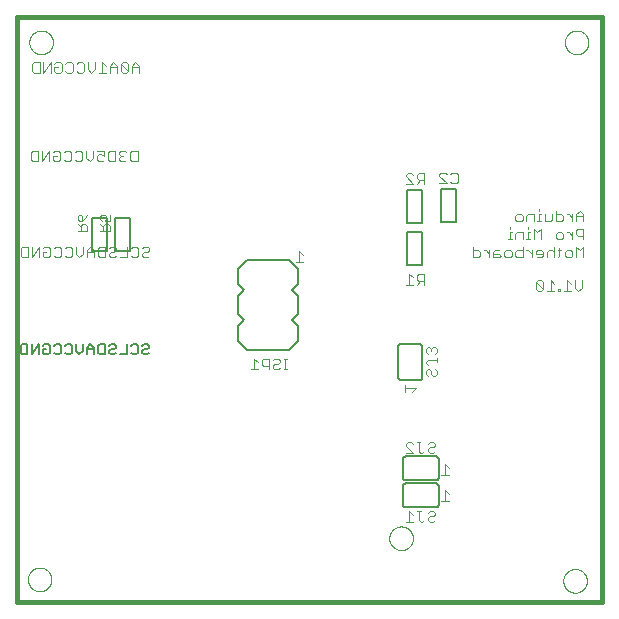
<source format=gbo>
G75*
%MOIN*%
%OFA0B0*%
%FSLAX25Y25*%
%IPPOS*%
%LPD*%
%AMOC8*
5,1,8,0,0,1.08239X$1,22.5*
%
%ADD10C,0.00000*%
%ADD11C,0.01600*%
%ADD12C,0.00600*%
%ADD13C,0.00400*%
%ADD14C,0.00500*%
%ADD15C,0.00300*%
D10*
X0005834Y0009308D02*
X0005836Y0009433D01*
X0005842Y0009558D01*
X0005852Y0009682D01*
X0005866Y0009806D01*
X0005883Y0009930D01*
X0005905Y0010053D01*
X0005931Y0010175D01*
X0005960Y0010297D01*
X0005993Y0010417D01*
X0006031Y0010536D01*
X0006071Y0010655D01*
X0006116Y0010771D01*
X0006164Y0010886D01*
X0006216Y0011000D01*
X0006272Y0011112D01*
X0006331Y0011222D01*
X0006393Y0011330D01*
X0006459Y0011437D01*
X0006528Y0011541D01*
X0006601Y0011642D01*
X0006676Y0011742D01*
X0006755Y0011839D01*
X0006837Y0011933D01*
X0006922Y0012025D01*
X0007009Y0012114D01*
X0007100Y0012200D01*
X0007193Y0012283D01*
X0007289Y0012364D01*
X0007387Y0012441D01*
X0007487Y0012515D01*
X0007590Y0012586D01*
X0007695Y0012653D01*
X0007803Y0012718D01*
X0007912Y0012778D01*
X0008023Y0012836D01*
X0008136Y0012889D01*
X0008250Y0012939D01*
X0008366Y0012986D01*
X0008483Y0013028D01*
X0008602Y0013067D01*
X0008722Y0013103D01*
X0008843Y0013134D01*
X0008965Y0013162D01*
X0009087Y0013185D01*
X0009211Y0013205D01*
X0009335Y0013221D01*
X0009459Y0013233D01*
X0009584Y0013241D01*
X0009709Y0013245D01*
X0009833Y0013245D01*
X0009958Y0013241D01*
X0010083Y0013233D01*
X0010207Y0013221D01*
X0010331Y0013205D01*
X0010455Y0013185D01*
X0010577Y0013162D01*
X0010699Y0013134D01*
X0010820Y0013103D01*
X0010940Y0013067D01*
X0011059Y0013028D01*
X0011176Y0012986D01*
X0011292Y0012939D01*
X0011406Y0012889D01*
X0011519Y0012836D01*
X0011630Y0012778D01*
X0011740Y0012718D01*
X0011847Y0012653D01*
X0011952Y0012586D01*
X0012055Y0012515D01*
X0012155Y0012441D01*
X0012253Y0012364D01*
X0012349Y0012283D01*
X0012442Y0012200D01*
X0012533Y0012114D01*
X0012620Y0012025D01*
X0012705Y0011933D01*
X0012787Y0011839D01*
X0012866Y0011742D01*
X0012941Y0011642D01*
X0013014Y0011541D01*
X0013083Y0011437D01*
X0013149Y0011330D01*
X0013211Y0011222D01*
X0013270Y0011112D01*
X0013326Y0011000D01*
X0013378Y0010886D01*
X0013426Y0010771D01*
X0013471Y0010655D01*
X0013511Y0010536D01*
X0013549Y0010417D01*
X0013582Y0010297D01*
X0013611Y0010175D01*
X0013637Y0010053D01*
X0013659Y0009930D01*
X0013676Y0009806D01*
X0013690Y0009682D01*
X0013700Y0009558D01*
X0013706Y0009433D01*
X0013708Y0009308D01*
X0013706Y0009183D01*
X0013700Y0009058D01*
X0013690Y0008934D01*
X0013676Y0008810D01*
X0013659Y0008686D01*
X0013637Y0008563D01*
X0013611Y0008441D01*
X0013582Y0008319D01*
X0013549Y0008199D01*
X0013511Y0008080D01*
X0013471Y0007961D01*
X0013426Y0007845D01*
X0013378Y0007730D01*
X0013326Y0007616D01*
X0013270Y0007504D01*
X0013211Y0007394D01*
X0013149Y0007286D01*
X0013083Y0007179D01*
X0013014Y0007075D01*
X0012941Y0006974D01*
X0012866Y0006874D01*
X0012787Y0006777D01*
X0012705Y0006683D01*
X0012620Y0006591D01*
X0012533Y0006502D01*
X0012442Y0006416D01*
X0012349Y0006333D01*
X0012253Y0006252D01*
X0012155Y0006175D01*
X0012055Y0006101D01*
X0011952Y0006030D01*
X0011847Y0005963D01*
X0011739Y0005898D01*
X0011630Y0005838D01*
X0011519Y0005780D01*
X0011406Y0005727D01*
X0011292Y0005677D01*
X0011176Y0005630D01*
X0011059Y0005588D01*
X0010940Y0005549D01*
X0010820Y0005513D01*
X0010699Y0005482D01*
X0010577Y0005454D01*
X0010455Y0005431D01*
X0010331Y0005411D01*
X0010207Y0005395D01*
X0010083Y0005383D01*
X0009958Y0005375D01*
X0009833Y0005371D01*
X0009709Y0005371D01*
X0009584Y0005375D01*
X0009459Y0005383D01*
X0009335Y0005395D01*
X0009211Y0005411D01*
X0009087Y0005431D01*
X0008965Y0005454D01*
X0008843Y0005482D01*
X0008722Y0005513D01*
X0008602Y0005549D01*
X0008483Y0005588D01*
X0008366Y0005630D01*
X0008250Y0005677D01*
X0008136Y0005727D01*
X0008023Y0005780D01*
X0007912Y0005838D01*
X0007802Y0005898D01*
X0007695Y0005963D01*
X0007590Y0006030D01*
X0007487Y0006101D01*
X0007387Y0006175D01*
X0007289Y0006252D01*
X0007193Y0006333D01*
X0007100Y0006416D01*
X0007009Y0006502D01*
X0006922Y0006591D01*
X0006837Y0006683D01*
X0006755Y0006777D01*
X0006676Y0006874D01*
X0006601Y0006974D01*
X0006528Y0007075D01*
X0006459Y0007179D01*
X0006393Y0007286D01*
X0006331Y0007394D01*
X0006272Y0007504D01*
X0006216Y0007616D01*
X0006164Y0007730D01*
X0006116Y0007845D01*
X0006071Y0007961D01*
X0006031Y0008080D01*
X0005993Y0008199D01*
X0005960Y0008319D01*
X0005931Y0008441D01*
X0005905Y0008563D01*
X0005883Y0008686D01*
X0005866Y0008810D01*
X0005852Y0008934D01*
X0005842Y0009058D01*
X0005836Y0009183D01*
X0005834Y0009308D01*
X0126315Y0023005D02*
X0126317Y0023130D01*
X0126323Y0023255D01*
X0126333Y0023379D01*
X0126347Y0023503D01*
X0126364Y0023627D01*
X0126386Y0023750D01*
X0126412Y0023872D01*
X0126441Y0023994D01*
X0126474Y0024114D01*
X0126512Y0024233D01*
X0126552Y0024352D01*
X0126597Y0024468D01*
X0126645Y0024583D01*
X0126697Y0024697D01*
X0126753Y0024809D01*
X0126812Y0024919D01*
X0126874Y0025027D01*
X0126940Y0025134D01*
X0127009Y0025238D01*
X0127082Y0025339D01*
X0127157Y0025439D01*
X0127236Y0025536D01*
X0127318Y0025630D01*
X0127403Y0025722D01*
X0127490Y0025811D01*
X0127581Y0025897D01*
X0127674Y0025980D01*
X0127770Y0026061D01*
X0127868Y0026138D01*
X0127968Y0026212D01*
X0128071Y0026283D01*
X0128176Y0026350D01*
X0128284Y0026415D01*
X0128393Y0026475D01*
X0128504Y0026533D01*
X0128617Y0026586D01*
X0128731Y0026636D01*
X0128847Y0026683D01*
X0128964Y0026725D01*
X0129083Y0026764D01*
X0129203Y0026800D01*
X0129324Y0026831D01*
X0129446Y0026859D01*
X0129568Y0026882D01*
X0129692Y0026902D01*
X0129816Y0026918D01*
X0129940Y0026930D01*
X0130065Y0026938D01*
X0130190Y0026942D01*
X0130314Y0026942D01*
X0130439Y0026938D01*
X0130564Y0026930D01*
X0130688Y0026918D01*
X0130812Y0026902D01*
X0130936Y0026882D01*
X0131058Y0026859D01*
X0131180Y0026831D01*
X0131301Y0026800D01*
X0131421Y0026764D01*
X0131540Y0026725D01*
X0131657Y0026683D01*
X0131773Y0026636D01*
X0131887Y0026586D01*
X0132000Y0026533D01*
X0132111Y0026475D01*
X0132221Y0026415D01*
X0132328Y0026350D01*
X0132433Y0026283D01*
X0132536Y0026212D01*
X0132636Y0026138D01*
X0132734Y0026061D01*
X0132830Y0025980D01*
X0132923Y0025897D01*
X0133014Y0025811D01*
X0133101Y0025722D01*
X0133186Y0025630D01*
X0133268Y0025536D01*
X0133347Y0025439D01*
X0133422Y0025339D01*
X0133495Y0025238D01*
X0133564Y0025134D01*
X0133630Y0025027D01*
X0133692Y0024919D01*
X0133751Y0024809D01*
X0133807Y0024697D01*
X0133859Y0024583D01*
X0133907Y0024468D01*
X0133952Y0024352D01*
X0133992Y0024233D01*
X0134030Y0024114D01*
X0134063Y0023994D01*
X0134092Y0023872D01*
X0134118Y0023750D01*
X0134140Y0023627D01*
X0134157Y0023503D01*
X0134171Y0023379D01*
X0134181Y0023255D01*
X0134187Y0023130D01*
X0134189Y0023005D01*
X0134187Y0022880D01*
X0134181Y0022755D01*
X0134171Y0022631D01*
X0134157Y0022507D01*
X0134140Y0022383D01*
X0134118Y0022260D01*
X0134092Y0022138D01*
X0134063Y0022016D01*
X0134030Y0021896D01*
X0133992Y0021777D01*
X0133952Y0021658D01*
X0133907Y0021542D01*
X0133859Y0021427D01*
X0133807Y0021313D01*
X0133751Y0021201D01*
X0133692Y0021091D01*
X0133630Y0020983D01*
X0133564Y0020876D01*
X0133495Y0020772D01*
X0133422Y0020671D01*
X0133347Y0020571D01*
X0133268Y0020474D01*
X0133186Y0020380D01*
X0133101Y0020288D01*
X0133014Y0020199D01*
X0132923Y0020113D01*
X0132830Y0020030D01*
X0132734Y0019949D01*
X0132636Y0019872D01*
X0132536Y0019798D01*
X0132433Y0019727D01*
X0132328Y0019660D01*
X0132220Y0019595D01*
X0132111Y0019535D01*
X0132000Y0019477D01*
X0131887Y0019424D01*
X0131773Y0019374D01*
X0131657Y0019327D01*
X0131540Y0019285D01*
X0131421Y0019246D01*
X0131301Y0019210D01*
X0131180Y0019179D01*
X0131058Y0019151D01*
X0130936Y0019128D01*
X0130812Y0019108D01*
X0130688Y0019092D01*
X0130564Y0019080D01*
X0130439Y0019072D01*
X0130314Y0019068D01*
X0130190Y0019068D01*
X0130065Y0019072D01*
X0129940Y0019080D01*
X0129816Y0019092D01*
X0129692Y0019108D01*
X0129568Y0019128D01*
X0129446Y0019151D01*
X0129324Y0019179D01*
X0129203Y0019210D01*
X0129083Y0019246D01*
X0128964Y0019285D01*
X0128847Y0019327D01*
X0128731Y0019374D01*
X0128617Y0019424D01*
X0128504Y0019477D01*
X0128393Y0019535D01*
X0128283Y0019595D01*
X0128176Y0019660D01*
X0128071Y0019727D01*
X0127968Y0019798D01*
X0127868Y0019872D01*
X0127770Y0019949D01*
X0127674Y0020030D01*
X0127581Y0020113D01*
X0127490Y0020199D01*
X0127403Y0020288D01*
X0127318Y0020380D01*
X0127236Y0020474D01*
X0127157Y0020571D01*
X0127082Y0020671D01*
X0127009Y0020772D01*
X0126940Y0020876D01*
X0126874Y0020983D01*
X0126812Y0021091D01*
X0126753Y0021201D01*
X0126697Y0021313D01*
X0126645Y0021427D01*
X0126597Y0021542D01*
X0126552Y0021658D01*
X0126512Y0021777D01*
X0126474Y0021896D01*
X0126441Y0022016D01*
X0126412Y0022138D01*
X0126386Y0022260D01*
X0126364Y0022383D01*
X0126347Y0022507D01*
X0126333Y0022631D01*
X0126323Y0022755D01*
X0126317Y0022880D01*
X0126315Y0023005D01*
X0184319Y0008800D02*
X0184321Y0008925D01*
X0184327Y0009050D01*
X0184337Y0009174D01*
X0184351Y0009298D01*
X0184368Y0009422D01*
X0184390Y0009545D01*
X0184416Y0009667D01*
X0184445Y0009789D01*
X0184478Y0009909D01*
X0184516Y0010028D01*
X0184556Y0010147D01*
X0184601Y0010263D01*
X0184649Y0010378D01*
X0184701Y0010492D01*
X0184757Y0010604D01*
X0184816Y0010714D01*
X0184878Y0010822D01*
X0184944Y0010929D01*
X0185013Y0011033D01*
X0185086Y0011134D01*
X0185161Y0011234D01*
X0185240Y0011331D01*
X0185322Y0011425D01*
X0185407Y0011517D01*
X0185494Y0011606D01*
X0185585Y0011692D01*
X0185678Y0011775D01*
X0185774Y0011856D01*
X0185872Y0011933D01*
X0185972Y0012007D01*
X0186075Y0012078D01*
X0186180Y0012145D01*
X0186288Y0012210D01*
X0186397Y0012270D01*
X0186508Y0012328D01*
X0186621Y0012381D01*
X0186735Y0012431D01*
X0186851Y0012478D01*
X0186968Y0012520D01*
X0187087Y0012559D01*
X0187207Y0012595D01*
X0187328Y0012626D01*
X0187450Y0012654D01*
X0187572Y0012677D01*
X0187696Y0012697D01*
X0187820Y0012713D01*
X0187944Y0012725D01*
X0188069Y0012733D01*
X0188194Y0012737D01*
X0188318Y0012737D01*
X0188443Y0012733D01*
X0188568Y0012725D01*
X0188692Y0012713D01*
X0188816Y0012697D01*
X0188940Y0012677D01*
X0189062Y0012654D01*
X0189184Y0012626D01*
X0189305Y0012595D01*
X0189425Y0012559D01*
X0189544Y0012520D01*
X0189661Y0012478D01*
X0189777Y0012431D01*
X0189891Y0012381D01*
X0190004Y0012328D01*
X0190115Y0012270D01*
X0190225Y0012210D01*
X0190332Y0012145D01*
X0190437Y0012078D01*
X0190540Y0012007D01*
X0190640Y0011933D01*
X0190738Y0011856D01*
X0190834Y0011775D01*
X0190927Y0011692D01*
X0191018Y0011606D01*
X0191105Y0011517D01*
X0191190Y0011425D01*
X0191272Y0011331D01*
X0191351Y0011234D01*
X0191426Y0011134D01*
X0191499Y0011033D01*
X0191568Y0010929D01*
X0191634Y0010822D01*
X0191696Y0010714D01*
X0191755Y0010604D01*
X0191811Y0010492D01*
X0191863Y0010378D01*
X0191911Y0010263D01*
X0191956Y0010147D01*
X0191996Y0010028D01*
X0192034Y0009909D01*
X0192067Y0009789D01*
X0192096Y0009667D01*
X0192122Y0009545D01*
X0192144Y0009422D01*
X0192161Y0009298D01*
X0192175Y0009174D01*
X0192185Y0009050D01*
X0192191Y0008925D01*
X0192193Y0008800D01*
X0192191Y0008675D01*
X0192185Y0008550D01*
X0192175Y0008426D01*
X0192161Y0008302D01*
X0192144Y0008178D01*
X0192122Y0008055D01*
X0192096Y0007933D01*
X0192067Y0007811D01*
X0192034Y0007691D01*
X0191996Y0007572D01*
X0191956Y0007453D01*
X0191911Y0007337D01*
X0191863Y0007222D01*
X0191811Y0007108D01*
X0191755Y0006996D01*
X0191696Y0006886D01*
X0191634Y0006778D01*
X0191568Y0006671D01*
X0191499Y0006567D01*
X0191426Y0006466D01*
X0191351Y0006366D01*
X0191272Y0006269D01*
X0191190Y0006175D01*
X0191105Y0006083D01*
X0191018Y0005994D01*
X0190927Y0005908D01*
X0190834Y0005825D01*
X0190738Y0005744D01*
X0190640Y0005667D01*
X0190540Y0005593D01*
X0190437Y0005522D01*
X0190332Y0005455D01*
X0190224Y0005390D01*
X0190115Y0005330D01*
X0190004Y0005272D01*
X0189891Y0005219D01*
X0189777Y0005169D01*
X0189661Y0005122D01*
X0189544Y0005080D01*
X0189425Y0005041D01*
X0189305Y0005005D01*
X0189184Y0004974D01*
X0189062Y0004946D01*
X0188940Y0004923D01*
X0188816Y0004903D01*
X0188692Y0004887D01*
X0188568Y0004875D01*
X0188443Y0004867D01*
X0188318Y0004863D01*
X0188194Y0004863D01*
X0188069Y0004867D01*
X0187944Y0004875D01*
X0187820Y0004887D01*
X0187696Y0004903D01*
X0187572Y0004923D01*
X0187450Y0004946D01*
X0187328Y0004974D01*
X0187207Y0005005D01*
X0187087Y0005041D01*
X0186968Y0005080D01*
X0186851Y0005122D01*
X0186735Y0005169D01*
X0186621Y0005219D01*
X0186508Y0005272D01*
X0186397Y0005330D01*
X0186287Y0005390D01*
X0186180Y0005455D01*
X0186075Y0005522D01*
X0185972Y0005593D01*
X0185872Y0005667D01*
X0185774Y0005744D01*
X0185678Y0005825D01*
X0185585Y0005908D01*
X0185494Y0005994D01*
X0185407Y0006083D01*
X0185322Y0006175D01*
X0185240Y0006269D01*
X0185161Y0006366D01*
X0185086Y0006466D01*
X0185013Y0006567D01*
X0184944Y0006671D01*
X0184878Y0006778D01*
X0184816Y0006886D01*
X0184757Y0006996D01*
X0184701Y0007108D01*
X0184649Y0007222D01*
X0184601Y0007337D01*
X0184556Y0007453D01*
X0184516Y0007572D01*
X0184478Y0007691D01*
X0184445Y0007811D01*
X0184416Y0007933D01*
X0184390Y0008055D01*
X0184368Y0008178D01*
X0184351Y0008302D01*
X0184337Y0008426D01*
X0184327Y0008550D01*
X0184321Y0008675D01*
X0184319Y0008800D01*
X0184834Y0188308D02*
X0184836Y0188433D01*
X0184842Y0188558D01*
X0184852Y0188682D01*
X0184866Y0188806D01*
X0184883Y0188930D01*
X0184905Y0189053D01*
X0184931Y0189175D01*
X0184960Y0189297D01*
X0184993Y0189417D01*
X0185031Y0189536D01*
X0185071Y0189655D01*
X0185116Y0189771D01*
X0185164Y0189886D01*
X0185216Y0190000D01*
X0185272Y0190112D01*
X0185331Y0190222D01*
X0185393Y0190330D01*
X0185459Y0190437D01*
X0185528Y0190541D01*
X0185601Y0190642D01*
X0185676Y0190742D01*
X0185755Y0190839D01*
X0185837Y0190933D01*
X0185922Y0191025D01*
X0186009Y0191114D01*
X0186100Y0191200D01*
X0186193Y0191283D01*
X0186289Y0191364D01*
X0186387Y0191441D01*
X0186487Y0191515D01*
X0186590Y0191586D01*
X0186695Y0191653D01*
X0186803Y0191718D01*
X0186912Y0191778D01*
X0187023Y0191836D01*
X0187136Y0191889D01*
X0187250Y0191939D01*
X0187366Y0191986D01*
X0187483Y0192028D01*
X0187602Y0192067D01*
X0187722Y0192103D01*
X0187843Y0192134D01*
X0187965Y0192162D01*
X0188087Y0192185D01*
X0188211Y0192205D01*
X0188335Y0192221D01*
X0188459Y0192233D01*
X0188584Y0192241D01*
X0188709Y0192245D01*
X0188833Y0192245D01*
X0188958Y0192241D01*
X0189083Y0192233D01*
X0189207Y0192221D01*
X0189331Y0192205D01*
X0189455Y0192185D01*
X0189577Y0192162D01*
X0189699Y0192134D01*
X0189820Y0192103D01*
X0189940Y0192067D01*
X0190059Y0192028D01*
X0190176Y0191986D01*
X0190292Y0191939D01*
X0190406Y0191889D01*
X0190519Y0191836D01*
X0190630Y0191778D01*
X0190740Y0191718D01*
X0190847Y0191653D01*
X0190952Y0191586D01*
X0191055Y0191515D01*
X0191155Y0191441D01*
X0191253Y0191364D01*
X0191349Y0191283D01*
X0191442Y0191200D01*
X0191533Y0191114D01*
X0191620Y0191025D01*
X0191705Y0190933D01*
X0191787Y0190839D01*
X0191866Y0190742D01*
X0191941Y0190642D01*
X0192014Y0190541D01*
X0192083Y0190437D01*
X0192149Y0190330D01*
X0192211Y0190222D01*
X0192270Y0190112D01*
X0192326Y0190000D01*
X0192378Y0189886D01*
X0192426Y0189771D01*
X0192471Y0189655D01*
X0192511Y0189536D01*
X0192549Y0189417D01*
X0192582Y0189297D01*
X0192611Y0189175D01*
X0192637Y0189053D01*
X0192659Y0188930D01*
X0192676Y0188806D01*
X0192690Y0188682D01*
X0192700Y0188558D01*
X0192706Y0188433D01*
X0192708Y0188308D01*
X0192706Y0188183D01*
X0192700Y0188058D01*
X0192690Y0187934D01*
X0192676Y0187810D01*
X0192659Y0187686D01*
X0192637Y0187563D01*
X0192611Y0187441D01*
X0192582Y0187319D01*
X0192549Y0187199D01*
X0192511Y0187080D01*
X0192471Y0186961D01*
X0192426Y0186845D01*
X0192378Y0186730D01*
X0192326Y0186616D01*
X0192270Y0186504D01*
X0192211Y0186394D01*
X0192149Y0186286D01*
X0192083Y0186179D01*
X0192014Y0186075D01*
X0191941Y0185974D01*
X0191866Y0185874D01*
X0191787Y0185777D01*
X0191705Y0185683D01*
X0191620Y0185591D01*
X0191533Y0185502D01*
X0191442Y0185416D01*
X0191349Y0185333D01*
X0191253Y0185252D01*
X0191155Y0185175D01*
X0191055Y0185101D01*
X0190952Y0185030D01*
X0190847Y0184963D01*
X0190739Y0184898D01*
X0190630Y0184838D01*
X0190519Y0184780D01*
X0190406Y0184727D01*
X0190292Y0184677D01*
X0190176Y0184630D01*
X0190059Y0184588D01*
X0189940Y0184549D01*
X0189820Y0184513D01*
X0189699Y0184482D01*
X0189577Y0184454D01*
X0189455Y0184431D01*
X0189331Y0184411D01*
X0189207Y0184395D01*
X0189083Y0184383D01*
X0188958Y0184375D01*
X0188833Y0184371D01*
X0188709Y0184371D01*
X0188584Y0184375D01*
X0188459Y0184383D01*
X0188335Y0184395D01*
X0188211Y0184411D01*
X0188087Y0184431D01*
X0187965Y0184454D01*
X0187843Y0184482D01*
X0187722Y0184513D01*
X0187602Y0184549D01*
X0187483Y0184588D01*
X0187366Y0184630D01*
X0187250Y0184677D01*
X0187136Y0184727D01*
X0187023Y0184780D01*
X0186912Y0184838D01*
X0186802Y0184898D01*
X0186695Y0184963D01*
X0186590Y0185030D01*
X0186487Y0185101D01*
X0186387Y0185175D01*
X0186289Y0185252D01*
X0186193Y0185333D01*
X0186100Y0185416D01*
X0186009Y0185502D01*
X0185922Y0185591D01*
X0185837Y0185683D01*
X0185755Y0185777D01*
X0185676Y0185874D01*
X0185601Y0185974D01*
X0185528Y0186075D01*
X0185459Y0186179D01*
X0185393Y0186286D01*
X0185331Y0186394D01*
X0185272Y0186504D01*
X0185216Y0186616D01*
X0185164Y0186730D01*
X0185116Y0186845D01*
X0185071Y0186961D01*
X0185031Y0187080D01*
X0184993Y0187199D01*
X0184960Y0187319D01*
X0184931Y0187441D01*
X0184905Y0187563D01*
X0184883Y0187686D01*
X0184866Y0187810D01*
X0184852Y0187934D01*
X0184842Y0188058D01*
X0184836Y0188183D01*
X0184834Y0188308D01*
X0006334Y0188308D02*
X0006336Y0188433D01*
X0006342Y0188558D01*
X0006352Y0188682D01*
X0006366Y0188806D01*
X0006383Y0188930D01*
X0006405Y0189053D01*
X0006431Y0189175D01*
X0006460Y0189297D01*
X0006493Y0189417D01*
X0006531Y0189536D01*
X0006571Y0189655D01*
X0006616Y0189771D01*
X0006664Y0189886D01*
X0006716Y0190000D01*
X0006772Y0190112D01*
X0006831Y0190222D01*
X0006893Y0190330D01*
X0006959Y0190437D01*
X0007028Y0190541D01*
X0007101Y0190642D01*
X0007176Y0190742D01*
X0007255Y0190839D01*
X0007337Y0190933D01*
X0007422Y0191025D01*
X0007509Y0191114D01*
X0007600Y0191200D01*
X0007693Y0191283D01*
X0007789Y0191364D01*
X0007887Y0191441D01*
X0007987Y0191515D01*
X0008090Y0191586D01*
X0008195Y0191653D01*
X0008303Y0191718D01*
X0008412Y0191778D01*
X0008523Y0191836D01*
X0008636Y0191889D01*
X0008750Y0191939D01*
X0008866Y0191986D01*
X0008983Y0192028D01*
X0009102Y0192067D01*
X0009222Y0192103D01*
X0009343Y0192134D01*
X0009465Y0192162D01*
X0009587Y0192185D01*
X0009711Y0192205D01*
X0009835Y0192221D01*
X0009959Y0192233D01*
X0010084Y0192241D01*
X0010209Y0192245D01*
X0010333Y0192245D01*
X0010458Y0192241D01*
X0010583Y0192233D01*
X0010707Y0192221D01*
X0010831Y0192205D01*
X0010955Y0192185D01*
X0011077Y0192162D01*
X0011199Y0192134D01*
X0011320Y0192103D01*
X0011440Y0192067D01*
X0011559Y0192028D01*
X0011676Y0191986D01*
X0011792Y0191939D01*
X0011906Y0191889D01*
X0012019Y0191836D01*
X0012130Y0191778D01*
X0012240Y0191718D01*
X0012347Y0191653D01*
X0012452Y0191586D01*
X0012555Y0191515D01*
X0012655Y0191441D01*
X0012753Y0191364D01*
X0012849Y0191283D01*
X0012942Y0191200D01*
X0013033Y0191114D01*
X0013120Y0191025D01*
X0013205Y0190933D01*
X0013287Y0190839D01*
X0013366Y0190742D01*
X0013441Y0190642D01*
X0013514Y0190541D01*
X0013583Y0190437D01*
X0013649Y0190330D01*
X0013711Y0190222D01*
X0013770Y0190112D01*
X0013826Y0190000D01*
X0013878Y0189886D01*
X0013926Y0189771D01*
X0013971Y0189655D01*
X0014011Y0189536D01*
X0014049Y0189417D01*
X0014082Y0189297D01*
X0014111Y0189175D01*
X0014137Y0189053D01*
X0014159Y0188930D01*
X0014176Y0188806D01*
X0014190Y0188682D01*
X0014200Y0188558D01*
X0014206Y0188433D01*
X0014208Y0188308D01*
X0014206Y0188183D01*
X0014200Y0188058D01*
X0014190Y0187934D01*
X0014176Y0187810D01*
X0014159Y0187686D01*
X0014137Y0187563D01*
X0014111Y0187441D01*
X0014082Y0187319D01*
X0014049Y0187199D01*
X0014011Y0187080D01*
X0013971Y0186961D01*
X0013926Y0186845D01*
X0013878Y0186730D01*
X0013826Y0186616D01*
X0013770Y0186504D01*
X0013711Y0186394D01*
X0013649Y0186286D01*
X0013583Y0186179D01*
X0013514Y0186075D01*
X0013441Y0185974D01*
X0013366Y0185874D01*
X0013287Y0185777D01*
X0013205Y0185683D01*
X0013120Y0185591D01*
X0013033Y0185502D01*
X0012942Y0185416D01*
X0012849Y0185333D01*
X0012753Y0185252D01*
X0012655Y0185175D01*
X0012555Y0185101D01*
X0012452Y0185030D01*
X0012347Y0184963D01*
X0012239Y0184898D01*
X0012130Y0184838D01*
X0012019Y0184780D01*
X0011906Y0184727D01*
X0011792Y0184677D01*
X0011676Y0184630D01*
X0011559Y0184588D01*
X0011440Y0184549D01*
X0011320Y0184513D01*
X0011199Y0184482D01*
X0011077Y0184454D01*
X0010955Y0184431D01*
X0010831Y0184411D01*
X0010707Y0184395D01*
X0010583Y0184383D01*
X0010458Y0184375D01*
X0010333Y0184371D01*
X0010209Y0184371D01*
X0010084Y0184375D01*
X0009959Y0184383D01*
X0009835Y0184395D01*
X0009711Y0184411D01*
X0009587Y0184431D01*
X0009465Y0184454D01*
X0009343Y0184482D01*
X0009222Y0184513D01*
X0009102Y0184549D01*
X0008983Y0184588D01*
X0008866Y0184630D01*
X0008750Y0184677D01*
X0008636Y0184727D01*
X0008523Y0184780D01*
X0008412Y0184838D01*
X0008302Y0184898D01*
X0008195Y0184963D01*
X0008090Y0185030D01*
X0007987Y0185101D01*
X0007887Y0185175D01*
X0007789Y0185252D01*
X0007693Y0185333D01*
X0007600Y0185416D01*
X0007509Y0185502D01*
X0007422Y0185591D01*
X0007337Y0185683D01*
X0007255Y0185777D01*
X0007176Y0185874D01*
X0007101Y0185974D01*
X0007028Y0186075D01*
X0006959Y0186179D01*
X0006893Y0186286D01*
X0006831Y0186394D01*
X0006772Y0186504D01*
X0006716Y0186616D01*
X0006664Y0186730D01*
X0006616Y0186845D01*
X0006571Y0186961D01*
X0006531Y0187080D01*
X0006493Y0187199D01*
X0006460Y0187319D01*
X0006431Y0187441D01*
X0006405Y0187563D01*
X0006383Y0187686D01*
X0006366Y0187810D01*
X0006352Y0187934D01*
X0006342Y0188058D01*
X0006336Y0188183D01*
X0006334Y0188308D01*
D11*
X0002271Y0001808D02*
X0197122Y0001808D01*
X0197122Y0196658D01*
X0002271Y0196658D01*
X0002271Y0001808D01*
D12*
X0004015Y0084269D02*
X0003448Y0084836D01*
X0003448Y0087105D01*
X0004015Y0087672D01*
X0005717Y0087672D01*
X0005717Y0084269D01*
X0004015Y0084269D01*
X0007131Y0084269D02*
X0007131Y0087672D01*
X0009400Y0087672D02*
X0007131Y0084269D01*
X0009400Y0084269D02*
X0009400Y0087672D01*
X0010814Y0087105D02*
X0011381Y0087672D01*
X0012516Y0087672D01*
X0013083Y0087105D01*
X0013083Y0084836D01*
X0012516Y0084269D01*
X0011381Y0084269D01*
X0010814Y0084836D01*
X0010814Y0085971D01*
X0011948Y0085971D01*
X0014497Y0087105D02*
X0015064Y0087672D01*
X0016199Y0087672D01*
X0016766Y0087105D01*
X0016766Y0084836D01*
X0016199Y0084269D01*
X0015064Y0084269D01*
X0014497Y0084836D01*
X0018180Y0084836D02*
X0018748Y0084269D01*
X0019882Y0084269D01*
X0020449Y0084836D01*
X0020449Y0087105D01*
X0019882Y0087672D01*
X0018748Y0087672D01*
X0018180Y0087105D01*
X0021864Y0087672D02*
X0021864Y0085404D01*
X0022998Y0084269D01*
X0024132Y0085404D01*
X0024132Y0087672D01*
X0025547Y0086538D02*
X0025547Y0084269D01*
X0025547Y0085971D02*
X0027815Y0085971D01*
X0027815Y0086538D02*
X0026681Y0087672D01*
X0025547Y0086538D01*
X0027815Y0086538D02*
X0027815Y0084269D01*
X0029230Y0084836D02*
X0029230Y0087105D01*
X0029797Y0087672D01*
X0031499Y0087672D01*
X0031499Y0084269D01*
X0029797Y0084269D01*
X0029230Y0084836D01*
X0032913Y0084836D02*
X0033480Y0084269D01*
X0034615Y0084269D01*
X0035182Y0084836D01*
X0034615Y0085971D02*
X0033480Y0085971D01*
X0032913Y0085404D01*
X0032913Y0084836D01*
X0034615Y0085971D02*
X0035182Y0086538D01*
X0035182Y0087105D01*
X0034615Y0087672D01*
X0033480Y0087672D01*
X0032913Y0087105D01*
X0036596Y0084269D02*
X0038865Y0084269D01*
X0038865Y0087672D01*
X0040279Y0087105D02*
X0040847Y0087672D01*
X0041981Y0087672D01*
X0042548Y0087105D01*
X0042548Y0084836D01*
X0041981Y0084269D01*
X0040847Y0084269D01*
X0040279Y0084836D01*
X0043962Y0084836D02*
X0044530Y0084269D01*
X0045664Y0084269D01*
X0046231Y0084836D01*
X0045664Y0085971D02*
X0044530Y0085971D01*
X0043962Y0085404D01*
X0043962Y0084836D01*
X0045664Y0085971D02*
X0046231Y0086538D01*
X0046231Y0087105D01*
X0045664Y0087672D01*
X0044530Y0087672D01*
X0043962Y0087105D01*
X0129271Y0086808D02*
X0129271Y0076808D01*
X0129273Y0076748D01*
X0129278Y0076687D01*
X0129287Y0076628D01*
X0129300Y0076569D01*
X0129316Y0076510D01*
X0129336Y0076453D01*
X0129359Y0076398D01*
X0129386Y0076343D01*
X0129415Y0076291D01*
X0129448Y0076240D01*
X0129484Y0076191D01*
X0129522Y0076145D01*
X0129564Y0076101D01*
X0129608Y0076059D01*
X0129654Y0076021D01*
X0129703Y0075985D01*
X0129754Y0075952D01*
X0129806Y0075923D01*
X0129861Y0075896D01*
X0129916Y0075873D01*
X0129973Y0075853D01*
X0130032Y0075837D01*
X0130091Y0075824D01*
X0130150Y0075815D01*
X0130211Y0075810D01*
X0130271Y0075808D01*
X0136271Y0075808D01*
X0136331Y0075810D01*
X0136392Y0075815D01*
X0136451Y0075824D01*
X0136510Y0075837D01*
X0136569Y0075853D01*
X0136626Y0075873D01*
X0136681Y0075896D01*
X0136736Y0075923D01*
X0136788Y0075952D01*
X0136839Y0075985D01*
X0136888Y0076021D01*
X0136934Y0076059D01*
X0136978Y0076101D01*
X0137020Y0076145D01*
X0137058Y0076191D01*
X0137094Y0076240D01*
X0137127Y0076291D01*
X0137156Y0076343D01*
X0137183Y0076398D01*
X0137206Y0076453D01*
X0137226Y0076510D01*
X0137242Y0076569D01*
X0137255Y0076628D01*
X0137264Y0076687D01*
X0137269Y0076748D01*
X0137271Y0076808D01*
X0137271Y0086808D01*
X0137269Y0086868D01*
X0137264Y0086929D01*
X0137255Y0086988D01*
X0137242Y0087047D01*
X0137226Y0087106D01*
X0137206Y0087163D01*
X0137183Y0087218D01*
X0137156Y0087273D01*
X0137127Y0087325D01*
X0137094Y0087376D01*
X0137058Y0087425D01*
X0137020Y0087471D01*
X0136978Y0087515D01*
X0136934Y0087557D01*
X0136888Y0087595D01*
X0136839Y0087631D01*
X0136788Y0087664D01*
X0136736Y0087693D01*
X0136681Y0087720D01*
X0136626Y0087743D01*
X0136569Y0087763D01*
X0136510Y0087779D01*
X0136451Y0087792D01*
X0136392Y0087801D01*
X0136331Y0087806D01*
X0136271Y0087808D01*
X0130271Y0087808D01*
X0130211Y0087806D01*
X0130150Y0087801D01*
X0130091Y0087792D01*
X0130032Y0087779D01*
X0129973Y0087763D01*
X0129916Y0087743D01*
X0129861Y0087720D01*
X0129806Y0087693D01*
X0129754Y0087664D01*
X0129703Y0087631D01*
X0129654Y0087595D01*
X0129608Y0087557D01*
X0129564Y0087515D01*
X0129522Y0087471D01*
X0129484Y0087425D01*
X0129448Y0087376D01*
X0129415Y0087325D01*
X0129386Y0087273D01*
X0129359Y0087218D01*
X0129336Y0087163D01*
X0129316Y0087106D01*
X0129300Y0087047D01*
X0129287Y0086988D01*
X0129278Y0086929D01*
X0129273Y0086868D01*
X0129271Y0086808D01*
X0131771Y0050308D02*
X0141771Y0050308D01*
X0141831Y0050306D01*
X0141892Y0050301D01*
X0141951Y0050292D01*
X0142010Y0050279D01*
X0142069Y0050263D01*
X0142126Y0050243D01*
X0142181Y0050220D01*
X0142236Y0050193D01*
X0142288Y0050164D01*
X0142339Y0050131D01*
X0142388Y0050095D01*
X0142434Y0050057D01*
X0142478Y0050015D01*
X0142520Y0049971D01*
X0142558Y0049925D01*
X0142594Y0049876D01*
X0142627Y0049825D01*
X0142656Y0049773D01*
X0142683Y0049718D01*
X0142706Y0049663D01*
X0142726Y0049606D01*
X0142742Y0049547D01*
X0142755Y0049488D01*
X0142764Y0049429D01*
X0142769Y0049368D01*
X0142771Y0049308D01*
X0142771Y0043308D01*
X0142769Y0043248D01*
X0142764Y0043187D01*
X0142755Y0043128D01*
X0142742Y0043069D01*
X0142726Y0043010D01*
X0142706Y0042953D01*
X0142683Y0042898D01*
X0142656Y0042843D01*
X0142627Y0042791D01*
X0142594Y0042740D01*
X0142558Y0042691D01*
X0142520Y0042645D01*
X0142478Y0042601D01*
X0142434Y0042559D01*
X0142388Y0042521D01*
X0142339Y0042485D01*
X0142288Y0042452D01*
X0142236Y0042423D01*
X0142181Y0042396D01*
X0142126Y0042373D01*
X0142069Y0042353D01*
X0142010Y0042337D01*
X0141951Y0042324D01*
X0141892Y0042315D01*
X0141831Y0042310D01*
X0141771Y0042308D01*
X0131771Y0042308D01*
X0131711Y0042310D01*
X0131650Y0042315D01*
X0131591Y0042324D01*
X0131532Y0042337D01*
X0131473Y0042353D01*
X0131416Y0042373D01*
X0131361Y0042396D01*
X0131306Y0042423D01*
X0131254Y0042452D01*
X0131203Y0042485D01*
X0131154Y0042521D01*
X0131108Y0042559D01*
X0131064Y0042601D01*
X0131022Y0042645D01*
X0130984Y0042691D01*
X0130948Y0042740D01*
X0130915Y0042791D01*
X0130886Y0042843D01*
X0130859Y0042898D01*
X0130836Y0042953D01*
X0130816Y0043010D01*
X0130800Y0043069D01*
X0130787Y0043128D01*
X0130778Y0043187D01*
X0130773Y0043248D01*
X0130771Y0043308D01*
X0130771Y0049308D01*
X0130773Y0049368D01*
X0130778Y0049429D01*
X0130787Y0049488D01*
X0130800Y0049547D01*
X0130816Y0049606D01*
X0130836Y0049663D01*
X0130859Y0049718D01*
X0130886Y0049773D01*
X0130915Y0049825D01*
X0130948Y0049876D01*
X0130984Y0049925D01*
X0131022Y0049971D01*
X0131064Y0050015D01*
X0131108Y0050057D01*
X0131154Y0050095D01*
X0131203Y0050131D01*
X0131254Y0050164D01*
X0131306Y0050193D01*
X0131361Y0050220D01*
X0131416Y0050243D01*
X0131473Y0050263D01*
X0131532Y0050279D01*
X0131591Y0050292D01*
X0131650Y0050301D01*
X0131711Y0050306D01*
X0131771Y0050308D01*
X0131771Y0041308D02*
X0141771Y0041308D01*
X0141831Y0041306D01*
X0141892Y0041301D01*
X0141951Y0041292D01*
X0142010Y0041279D01*
X0142069Y0041263D01*
X0142126Y0041243D01*
X0142181Y0041220D01*
X0142236Y0041193D01*
X0142288Y0041164D01*
X0142339Y0041131D01*
X0142388Y0041095D01*
X0142434Y0041057D01*
X0142478Y0041015D01*
X0142520Y0040971D01*
X0142558Y0040925D01*
X0142594Y0040876D01*
X0142627Y0040825D01*
X0142656Y0040773D01*
X0142683Y0040718D01*
X0142706Y0040663D01*
X0142726Y0040606D01*
X0142742Y0040547D01*
X0142755Y0040488D01*
X0142764Y0040429D01*
X0142769Y0040368D01*
X0142771Y0040308D01*
X0142771Y0034308D01*
X0142769Y0034248D01*
X0142764Y0034187D01*
X0142755Y0034128D01*
X0142742Y0034069D01*
X0142726Y0034010D01*
X0142706Y0033953D01*
X0142683Y0033898D01*
X0142656Y0033843D01*
X0142627Y0033791D01*
X0142594Y0033740D01*
X0142558Y0033691D01*
X0142520Y0033645D01*
X0142478Y0033601D01*
X0142434Y0033559D01*
X0142388Y0033521D01*
X0142339Y0033485D01*
X0142288Y0033452D01*
X0142236Y0033423D01*
X0142181Y0033396D01*
X0142126Y0033373D01*
X0142069Y0033353D01*
X0142010Y0033337D01*
X0141951Y0033324D01*
X0141892Y0033315D01*
X0141831Y0033310D01*
X0141771Y0033308D01*
X0131771Y0033308D01*
X0131711Y0033310D01*
X0131650Y0033315D01*
X0131591Y0033324D01*
X0131532Y0033337D01*
X0131473Y0033353D01*
X0131416Y0033373D01*
X0131361Y0033396D01*
X0131306Y0033423D01*
X0131254Y0033452D01*
X0131203Y0033485D01*
X0131154Y0033521D01*
X0131108Y0033559D01*
X0131064Y0033601D01*
X0131022Y0033645D01*
X0130984Y0033691D01*
X0130948Y0033740D01*
X0130915Y0033791D01*
X0130886Y0033843D01*
X0130859Y0033898D01*
X0130836Y0033953D01*
X0130816Y0034010D01*
X0130800Y0034069D01*
X0130787Y0034128D01*
X0130778Y0034187D01*
X0130773Y0034248D01*
X0130771Y0034308D01*
X0130771Y0040308D01*
X0130773Y0040368D01*
X0130778Y0040429D01*
X0130787Y0040488D01*
X0130800Y0040547D01*
X0130816Y0040606D01*
X0130836Y0040663D01*
X0130859Y0040718D01*
X0130886Y0040773D01*
X0130915Y0040825D01*
X0130948Y0040876D01*
X0130984Y0040925D01*
X0131022Y0040971D01*
X0131064Y0041015D01*
X0131108Y0041057D01*
X0131154Y0041095D01*
X0131203Y0041131D01*
X0131254Y0041164D01*
X0131306Y0041193D01*
X0131361Y0041220D01*
X0131416Y0041243D01*
X0131473Y0041263D01*
X0131532Y0041279D01*
X0131591Y0041292D01*
X0131650Y0041301D01*
X0131711Y0041306D01*
X0131771Y0041308D01*
D13*
X0133053Y0032111D02*
X0133053Y0028508D01*
X0134254Y0028508D02*
X0131852Y0028508D01*
X0134254Y0030910D02*
X0133053Y0032111D01*
X0135536Y0032111D02*
X0136737Y0032111D01*
X0136136Y0032111D02*
X0136136Y0029108D01*
X0136737Y0028508D01*
X0137337Y0028508D01*
X0137938Y0029108D01*
X0139219Y0029108D02*
X0139819Y0028508D01*
X0141020Y0028508D01*
X0141621Y0029108D01*
X0141020Y0030309D02*
X0139819Y0030309D01*
X0139219Y0029709D01*
X0139219Y0029108D01*
X0141020Y0030309D02*
X0141621Y0030910D01*
X0141621Y0031510D01*
X0141020Y0032111D01*
X0139819Y0032111D01*
X0139219Y0031510D01*
X0143669Y0035508D02*
X0146071Y0035508D01*
X0144870Y0035508D02*
X0144870Y0039111D01*
X0146071Y0037910D01*
X0146071Y0044008D02*
X0143669Y0044008D01*
X0144870Y0044008D02*
X0144870Y0047611D01*
X0146071Y0046410D01*
X0140971Y0051508D02*
X0141571Y0052108D01*
X0140971Y0051508D02*
X0139770Y0051508D01*
X0139169Y0052108D01*
X0139169Y0052709D01*
X0139770Y0053309D01*
X0140971Y0053309D01*
X0141571Y0053910D01*
X0141571Y0054510D01*
X0140971Y0055111D01*
X0139770Y0055111D01*
X0139169Y0054510D01*
X0136687Y0055111D02*
X0135486Y0055111D01*
X0136087Y0055111D02*
X0136087Y0052108D01*
X0136687Y0051508D01*
X0137288Y0051508D01*
X0137888Y0052108D01*
X0134205Y0051508D02*
X0131803Y0053910D01*
X0131803Y0054510D01*
X0132403Y0055111D01*
X0133604Y0055111D01*
X0134205Y0054510D01*
X0134205Y0051508D02*
X0131803Y0051508D01*
X0131471Y0071825D02*
X0131471Y0074227D01*
X0131471Y0073026D02*
X0135074Y0073026D01*
X0133873Y0071825D01*
X0139072Y0077008D02*
X0138471Y0077608D01*
X0138471Y0078809D01*
X0139072Y0079410D01*
X0139672Y0079410D01*
X0140273Y0078809D01*
X0140273Y0077608D01*
X0140873Y0077008D01*
X0141474Y0077008D01*
X0142074Y0077608D01*
X0142074Y0078809D01*
X0141474Y0079410D01*
X0142074Y0081892D02*
X0142074Y0083093D01*
X0142074Y0082493D02*
X0139072Y0082493D01*
X0138471Y0081892D01*
X0138471Y0081292D01*
X0139072Y0080691D01*
X0139072Y0084374D02*
X0138471Y0084975D01*
X0138471Y0086176D01*
X0139072Y0086776D01*
X0139672Y0086776D01*
X0140273Y0086176D01*
X0140273Y0085575D01*
X0140273Y0086176D02*
X0140873Y0086776D01*
X0141474Y0086776D01*
X0142074Y0086176D01*
X0142074Y0084975D01*
X0141474Y0084374D01*
X0137819Y0107559D02*
X0137819Y0111162D01*
X0136018Y0111162D01*
X0135417Y0110562D01*
X0135417Y0109361D01*
X0136018Y0108760D01*
X0137819Y0108760D01*
X0136618Y0108760D02*
X0135417Y0107559D01*
X0134136Y0107559D02*
X0131734Y0107559D01*
X0132935Y0107559D02*
X0132935Y0111162D01*
X0134136Y0109961D01*
X0154238Y0116650D02*
X0156040Y0116650D01*
X0156640Y0117250D01*
X0156640Y0118451D01*
X0156040Y0119052D01*
X0154238Y0119052D01*
X0154238Y0120253D02*
X0154238Y0116650D01*
X0157908Y0119052D02*
X0158508Y0119052D01*
X0159709Y0117851D01*
X0159709Y0116650D02*
X0159709Y0119052D01*
X0160991Y0118451D02*
X0160991Y0116650D01*
X0162792Y0116650D01*
X0163393Y0117250D01*
X0162792Y0117851D01*
X0160991Y0117851D01*
X0160991Y0118451D02*
X0161591Y0119052D01*
X0162792Y0119052D01*
X0164674Y0118451D02*
X0164674Y0117250D01*
X0165274Y0116650D01*
X0166475Y0116650D01*
X0167076Y0117250D01*
X0167076Y0118451D01*
X0166475Y0119052D01*
X0165274Y0119052D01*
X0164674Y0118451D01*
X0168357Y0118451D02*
X0168357Y0117250D01*
X0168957Y0116650D01*
X0170759Y0116650D01*
X0170759Y0120253D01*
X0170759Y0119052D02*
X0168957Y0119052D01*
X0168357Y0118451D01*
X0172027Y0119052D02*
X0172627Y0119052D01*
X0173828Y0117851D01*
X0173828Y0116650D02*
X0173828Y0119052D01*
X0175109Y0118451D02*
X0175109Y0117851D01*
X0177511Y0117851D01*
X0177511Y0118451D02*
X0176911Y0119052D01*
X0175710Y0119052D01*
X0175109Y0118451D01*
X0175710Y0116650D02*
X0176911Y0116650D01*
X0177511Y0117250D01*
X0177511Y0118451D01*
X0178792Y0118451D02*
X0178792Y0116650D01*
X0178792Y0118451D02*
X0179393Y0119052D01*
X0180594Y0119052D01*
X0181194Y0118451D01*
X0182449Y0119052D02*
X0183650Y0119052D01*
X0183049Y0119652D02*
X0183049Y0117250D01*
X0182449Y0116650D01*
X0181194Y0116650D02*
X0181194Y0120253D01*
X0182462Y0122650D02*
X0181862Y0123250D01*
X0181862Y0124451D01*
X0182462Y0125052D01*
X0183663Y0125052D01*
X0184264Y0124451D01*
X0184264Y0123250D01*
X0183663Y0122650D01*
X0182462Y0122650D01*
X0185531Y0125052D02*
X0186132Y0125052D01*
X0187333Y0123851D01*
X0187333Y0122650D02*
X0187333Y0125052D01*
X0188614Y0125652D02*
X0188614Y0124451D01*
X0189215Y0123851D01*
X0191016Y0123851D01*
X0191016Y0122650D02*
X0191016Y0126253D01*
X0189215Y0126253D01*
X0188614Y0125652D01*
X0188614Y0128650D02*
X0188614Y0131052D01*
X0189815Y0132253D01*
X0191016Y0131052D01*
X0191016Y0128650D01*
X0191016Y0130451D02*
X0188614Y0130451D01*
X0187333Y0129851D02*
X0186132Y0131052D01*
X0185531Y0131052D01*
X0184264Y0130451D02*
X0184264Y0129250D01*
X0183663Y0128650D01*
X0181862Y0128650D01*
X0181862Y0132253D01*
X0181862Y0131052D02*
X0183663Y0131052D01*
X0184264Y0130451D01*
X0187333Y0131052D02*
X0187333Y0128650D01*
X0180581Y0129250D02*
X0179980Y0128650D01*
X0178179Y0128650D01*
X0178179Y0131052D01*
X0176897Y0131052D02*
X0176297Y0131052D01*
X0176297Y0128650D01*
X0176897Y0128650D02*
X0175696Y0128650D01*
X0174442Y0128650D02*
X0174442Y0131052D01*
X0172640Y0131052D01*
X0172040Y0130451D01*
X0172040Y0128650D01*
X0170759Y0129250D02*
X0170759Y0130451D01*
X0170158Y0131052D01*
X0168957Y0131052D01*
X0168357Y0130451D01*
X0168357Y0129250D01*
X0168957Y0128650D01*
X0170158Y0128650D01*
X0170759Y0129250D01*
X0172614Y0126853D02*
X0172614Y0126253D01*
X0172614Y0125052D02*
X0172614Y0122650D01*
X0173214Y0122650D02*
X0172013Y0122650D01*
X0170759Y0122650D02*
X0170759Y0125052D01*
X0168957Y0125052D01*
X0168357Y0124451D01*
X0168357Y0122650D01*
X0167076Y0122650D02*
X0165875Y0122650D01*
X0166475Y0122650D02*
X0166475Y0125052D01*
X0167076Y0125052D01*
X0166475Y0126253D02*
X0166475Y0126853D01*
X0172614Y0125052D02*
X0173214Y0125052D01*
X0174495Y0126253D02*
X0174495Y0122650D01*
X0176897Y0122650D02*
X0176897Y0126253D01*
X0175696Y0125052D01*
X0174495Y0126253D01*
X0176297Y0132253D02*
X0176297Y0132853D01*
X0180581Y0131052D02*
X0180581Y0129250D01*
X0188614Y0120253D02*
X0188614Y0116650D01*
X0187333Y0117250D02*
X0186732Y0116650D01*
X0185531Y0116650D01*
X0184931Y0117250D01*
X0184931Y0118451D01*
X0185531Y0119052D01*
X0186732Y0119052D01*
X0187333Y0118451D01*
X0187333Y0117250D01*
X0189815Y0119052D02*
X0188614Y0120253D01*
X0189815Y0119052D02*
X0191016Y0120253D01*
X0191016Y0116650D01*
X0190524Y0108934D02*
X0190524Y0106532D01*
X0189323Y0105331D01*
X0188122Y0106532D01*
X0188122Y0108934D01*
X0186841Y0107733D02*
X0185640Y0108934D01*
X0185640Y0105331D01*
X0186841Y0105331D02*
X0184439Y0105331D01*
X0183158Y0105331D02*
X0182557Y0105331D01*
X0182557Y0105931D01*
X0183158Y0105931D01*
X0183158Y0105331D01*
X0181316Y0105331D02*
X0178914Y0105331D01*
X0180115Y0105331D02*
X0180115Y0108934D01*
X0181316Y0107733D01*
X0177633Y0108333D02*
X0177633Y0105931D01*
X0175231Y0108333D01*
X0175231Y0105931D01*
X0175831Y0105331D01*
X0177033Y0105331D01*
X0177633Y0105931D01*
X0177633Y0108333D02*
X0177033Y0108934D01*
X0175831Y0108934D01*
X0175231Y0108333D01*
X0148498Y0141295D02*
X0147297Y0141295D01*
X0146697Y0141896D01*
X0145416Y0141295D02*
X0143014Y0143697D01*
X0143014Y0144298D01*
X0143614Y0144898D01*
X0144815Y0144898D01*
X0145416Y0144298D01*
X0146697Y0144298D02*
X0147297Y0144898D01*
X0148498Y0144898D01*
X0149099Y0144298D01*
X0149099Y0141896D01*
X0148498Y0141295D01*
X0145416Y0141295D02*
X0143014Y0141295D01*
X0137878Y0141209D02*
X0137878Y0144812D01*
X0136077Y0144812D01*
X0135476Y0144211D01*
X0135476Y0143010D01*
X0136077Y0142410D01*
X0137878Y0142410D01*
X0136677Y0142410D02*
X0135476Y0141209D01*
X0134195Y0141209D02*
X0131793Y0143611D01*
X0131793Y0144211D01*
X0132394Y0144812D01*
X0133595Y0144812D01*
X0134195Y0144211D01*
X0134195Y0141209D02*
X0131793Y0141209D01*
X0092304Y0082894D02*
X0091103Y0082894D01*
X0091704Y0082894D02*
X0091704Y0079291D01*
X0092304Y0079291D02*
X0091103Y0079291D01*
X0089849Y0079892D02*
X0089249Y0079291D01*
X0088048Y0079291D01*
X0087447Y0079892D01*
X0087447Y0080492D01*
X0088048Y0081093D01*
X0089249Y0081093D01*
X0089849Y0081693D01*
X0089849Y0082294D01*
X0089249Y0082894D01*
X0088048Y0082894D01*
X0087447Y0082294D01*
X0086166Y0082894D02*
X0084364Y0082894D01*
X0083764Y0082294D01*
X0083764Y0081093D01*
X0084364Y0080492D01*
X0086166Y0080492D01*
X0086166Y0079291D02*
X0086166Y0082894D01*
X0082483Y0081693D02*
X0081282Y0082894D01*
X0081282Y0079291D01*
X0082483Y0079291D02*
X0080081Y0079291D01*
X0045731Y0116650D02*
X0046331Y0117250D01*
X0045731Y0116650D02*
X0044530Y0116650D01*
X0043929Y0117250D01*
X0043929Y0117851D01*
X0044530Y0118451D01*
X0045731Y0118451D01*
X0046331Y0119052D01*
X0046331Y0119652D01*
X0045731Y0120253D01*
X0044530Y0120253D01*
X0043929Y0119652D01*
X0042648Y0119652D02*
X0042648Y0117250D01*
X0042047Y0116650D01*
X0040846Y0116650D01*
X0040246Y0117250D01*
X0038965Y0116650D02*
X0036563Y0116650D01*
X0035282Y0117250D02*
X0034681Y0116650D01*
X0033480Y0116650D01*
X0032880Y0117250D01*
X0032880Y0117851D01*
X0033480Y0118451D01*
X0034681Y0118451D01*
X0035282Y0119052D01*
X0035282Y0119652D01*
X0034681Y0120253D01*
X0033480Y0120253D01*
X0032880Y0119652D01*
X0031599Y0120253D02*
X0029797Y0120253D01*
X0029196Y0119652D01*
X0029196Y0117250D01*
X0029797Y0116650D01*
X0031599Y0116650D01*
X0031599Y0120253D01*
X0027915Y0119052D02*
X0026714Y0120253D01*
X0025513Y0119052D01*
X0025513Y0116650D01*
X0024232Y0117851D02*
X0023031Y0116650D01*
X0021830Y0117851D01*
X0021830Y0120253D01*
X0020549Y0119652D02*
X0020549Y0117250D01*
X0019949Y0116650D01*
X0018748Y0116650D01*
X0018147Y0117250D01*
X0016866Y0117250D02*
X0016265Y0116650D01*
X0015064Y0116650D01*
X0014464Y0117250D01*
X0013183Y0117250D02*
X0012582Y0116650D01*
X0011381Y0116650D01*
X0010781Y0117250D01*
X0010781Y0118451D01*
X0011982Y0118451D01*
X0013183Y0119652D02*
X0013183Y0117250D01*
X0013183Y0119652D02*
X0012582Y0120253D01*
X0011381Y0120253D01*
X0010781Y0119652D01*
X0009500Y0120253D02*
X0007098Y0116650D01*
X0007098Y0120253D01*
X0005817Y0120253D02*
X0004015Y0120253D01*
X0003414Y0119652D01*
X0003414Y0117250D01*
X0004015Y0116650D01*
X0005817Y0116650D01*
X0005817Y0120253D01*
X0009500Y0120253D02*
X0009500Y0116650D01*
X0014464Y0119652D02*
X0015064Y0120253D01*
X0016265Y0120253D01*
X0016866Y0119652D01*
X0016866Y0117250D01*
X0018147Y0119652D02*
X0018748Y0120253D01*
X0019949Y0120253D01*
X0020549Y0119652D01*
X0024232Y0120253D02*
X0024232Y0117851D01*
X0025513Y0118451D02*
X0027915Y0118451D01*
X0027915Y0119052D02*
X0027915Y0116650D01*
X0029971Y0125562D02*
X0033074Y0125562D01*
X0033074Y0127114D01*
X0032557Y0127631D01*
X0031523Y0127631D01*
X0031005Y0127114D01*
X0031005Y0125562D01*
X0031005Y0126597D02*
X0029971Y0127631D01*
X0030488Y0128785D02*
X0029971Y0129302D01*
X0029971Y0130336D01*
X0030488Y0130854D01*
X0031523Y0130854D01*
X0032040Y0130336D01*
X0032040Y0129819D01*
X0031523Y0128785D01*
X0033074Y0128785D01*
X0033074Y0130854D01*
X0025574Y0130854D02*
X0025057Y0129819D01*
X0024023Y0128785D01*
X0024023Y0130336D01*
X0023505Y0130854D01*
X0022988Y0130854D01*
X0022471Y0130336D01*
X0022471Y0129302D01*
X0022988Y0128785D01*
X0024023Y0128785D01*
X0024023Y0127631D02*
X0023505Y0127114D01*
X0023505Y0125562D01*
X0022471Y0125562D02*
X0025574Y0125562D01*
X0025574Y0127114D01*
X0025057Y0127631D01*
X0024023Y0127631D01*
X0023505Y0126597D02*
X0022471Y0127631D01*
X0038965Y0120253D02*
X0038965Y0116650D01*
X0040246Y0119652D02*
X0040846Y0120253D01*
X0042047Y0120253D01*
X0042648Y0119652D01*
X0042394Y0148638D02*
X0040593Y0148638D01*
X0039992Y0149238D01*
X0039992Y0151640D01*
X0040593Y0152241D01*
X0042394Y0152241D01*
X0042394Y0148638D01*
X0038711Y0149238D02*
X0038110Y0148638D01*
X0036909Y0148638D01*
X0036309Y0149238D01*
X0036309Y0149839D01*
X0036909Y0150439D01*
X0037510Y0150439D01*
X0036909Y0150439D02*
X0036309Y0151040D01*
X0036309Y0151640D01*
X0036909Y0152241D01*
X0038110Y0152241D01*
X0038711Y0151640D01*
X0035028Y0152241D02*
X0035028Y0148638D01*
X0033226Y0148638D01*
X0032626Y0149238D01*
X0032626Y0151640D01*
X0033226Y0152241D01*
X0035028Y0152241D01*
X0031345Y0152241D02*
X0031345Y0150439D01*
X0030144Y0151040D01*
X0029543Y0151040D01*
X0028943Y0150439D01*
X0028943Y0149238D01*
X0029543Y0148638D01*
X0030744Y0148638D01*
X0031345Y0149238D01*
X0031345Y0152241D02*
X0028943Y0152241D01*
X0027662Y0152241D02*
X0027662Y0149839D01*
X0026460Y0148638D01*
X0025259Y0149839D01*
X0025259Y0152241D01*
X0023978Y0151640D02*
X0023978Y0149238D01*
X0023378Y0148638D01*
X0022177Y0148638D01*
X0021576Y0149238D01*
X0020295Y0149238D02*
X0019695Y0148638D01*
X0018494Y0148638D01*
X0017893Y0149238D01*
X0016612Y0149238D02*
X0016012Y0148638D01*
X0014811Y0148638D01*
X0014210Y0149238D01*
X0014210Y0150439D01*
X0015411Y0150439D01*
X0016612Y0151640D02*
X0016612Y0149238D01*
X0016612Y0151640D02*
X0016012Y0152241D01*
X0014811Y0152241D01*
X0014210Y0151640D01*
X0012929Y0152241D02*
X0010527Y0148638D01*
X0010527Y0152241D01*
X0009246Y0152241D02*
X0007444Y0152241D01*
X0006844Y0151640D01*
X0006844Y0149238D01*
X0007444Y0148638D01*
X0009246Y0148638D01*
X0009246Y0152241D01*
X0012929Y0152241D02*
X0012929Y0148638D01*
X0017893Y0151640D02*
X0018494Y0152241D01*
X0019695Y0152241D01*
X0020295Y0151640D01*
X0020295Y0149238D01*
X0021576Y0151640D02*
X0022177Y0152241D01*
X0023378Y0152241D01*
X0023978Y0151640D01*
X0023870Y0178165D02*
X0022669Y0178165D01*
X0022068Y0178766D01*
X0020787Y0178766D02*
X0020187Y0178165D01*
X0018986Y0178165D01*
X0018385Y0178766D01*
X0017104Y0178766D02*
X0016504Y0178165D01*
X0015303Y0178165D01*
X0014702Y0178766D01*
X0014702Y0179967D01*
X0015903Y0179967D01*
X0014702Y0181168D02*
X0015303Y0181768D01*
X0016504Y0181768D01*
X0017104Y0181168D01*
X0017104Y0178766D01*
X0018385Y0181168D02*
X0018986Y0181768D01*
X0020187Y0181768D01*
X0020787Y0181168D01*
X0020787Y0178766D01*
X0023870Y0178165D02*
X0024470Y0178766D01*
X0024470Y0181168D01*
X0023870Y0181768D01*
X0022669Y0181768D01*
X0022068Y0181168D01*
X0025752Y0181768D02*
X0025752Y0179366D01*
X0026953Y0178165D01*
X0028154Y0179366D01*
X0028154Y0181768D01*
X0030636Y0181768D02*
X0030636Y0178165D01*
X0031837Y0178165D02*
X0029435Y0178165D01*
X0031837Y0180567D02*
X0030636Y0181768D01*
X0033118Y0180567D02*
X0033118Y0178165D01*
X0033118Y0179967D02*
X0035520Y0179967D01*
X0035520Y0180567D02*
X0034319Y0181768D01*
X0033118Y0180567D01*
X0035520Y0180567D02*
X0035520Y0178165D01*
X0036801Y0178766D02*
X0037402Y0178165D01*
X0038603Y0178165D01*
X0039203Y0178766D01*
X0036801Y0181168D01*
X0036801Y0178766D01*
X0039203Y0178766D02*
X0039203Y0181168D01*
X0038603Y0181768D01*
X0037402Y0181768D01*
X0036801Y0181168D01*
X0040484Y0180567D02*
X0040484Y0178165D01*
X0040484Y0179967D02*
X0042886Y0179967D01*
X0042886Y0180567D02*
X0041685Y0181768D01*
X0040484Y0180567D01*
X0042886Y0180567D02*
X0042886Y0178165D01*
X0013421Y0178165D02*
X0013421Y0181768D01*
X0011019Y0178165D01*
X0011019Y0181768D01*
X0009738Y0181768D02*
X0007936Y0181768D01*
X0007336Y0181168D01*
X0007336Y0178766D01*
X0007936Y0178165D01*
X0009738Y0178165D01*
X0009738Y0181768D01*
D14*
X0027271Y0129808D02*
X0027271Y0118808D01*
X0032271Y0118808D01*
X0032271Y0129808D01*
X0027271Y0129808D01*
X0034771Y0129808D02*
X0034771Y0118808D01*
X0039771Y0118808D01*
X0039771Y0129808D01*
X0034771Y0129808D01*
X0075771Y0112808D02*
X0075771Y0107808D01*
X0077771Y0105808D01*
X0075771Y0103808D01*
X0075771Y0097808D01*
X0077771Y0095808D01*
X0075771Y0093808D01*
X0075771Y0088808D01*
X0078771Y0085808D01*
X0092771Y0085808D01*
X0095771Y0088808D01*
X0095771Y0093808D01*
X0093771Y0095808D01*
X0095771Y0097808D01*
X0095771Y0103808D01*
X0093771Y0105808D01*
X0095771Y0107808D01*
X0095771Y0112808D01*
X0092771Y0115808D01*
X0078771Y0115808D01*
X0075771Y0112808D01*
X0132220Y0113950D02*
X0137220Y0113950D01*
X0137220Y0124950D01*
X0132220Y0124950D01*
X0132220Y0113950D01*
X0132370Y0128253D02*
X0137370Y0128253D01*
X0137370Y0139253D01*
X0132370Y0139253D01*
X0132370Y0128253D01*
X0143456Y0128450D02*
X0143456Y0139450D01*
X0148456Y0139450D01*
X0148456Y0128450D01*
X0143456Y0128450D01*
D15*
X0097621Y0117427D02*
X0096387Y0118661D01*
X0096387Y0114958D01*
X0097621Y0114958D02*
X0095152Y0114958D01*
M02*

</source>
